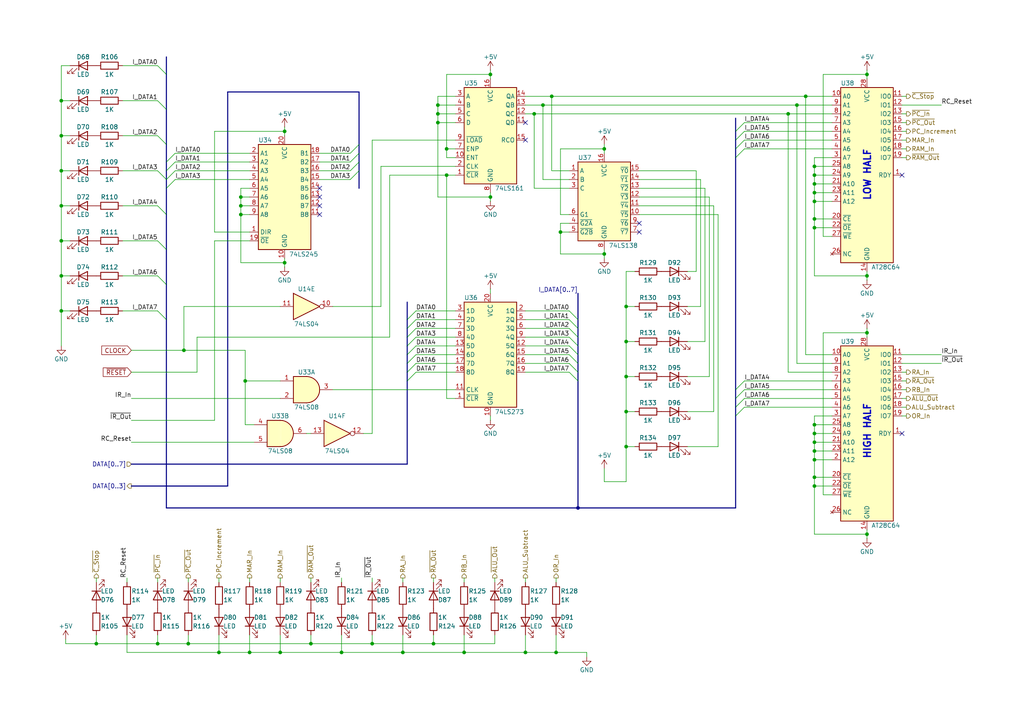
<source format=kicad_sch>
(kicad_sch (version 20231120) (generator "eeschema") (generator_version "8.0")
  (paper "A4")
  (title_block (title "8-Bit Computer - Instruction Register Module") (date "2024-03-10") (rev "1") (comment 1 "Creator: Matan Brightbert"))
  (junction (at 251.46 154.94))
  (junction (at 181.61 119.38))
  (junction (at 236.22 130.81))
  (junction (at 63.5 189.23))
  (junction (at 236.22 63.5))
  (junction (at 72.39 189.23))
  (junction (at 236.22 140.97))
  (junction (at 127 30.48))
  (junction (at 142.24 57.15))
  (junction (at 251.46 80.01))
  (junction (at 236.22 66.04))
  (junction (at 129.54 43.18))
  (junction (at 107.95 186.69))
  (junction (at 236.22 55.88))
  (junction (at 17.78 69.85))
  (junction (at 161.29 189.23))
  (junction (at 17.78 29.21))
  (junction (at 129.54 50.8))
  (junction (at 90.17 186.69))
  (junction (at 236.22 53.34))
  (junction (at 162.56 67.31))
  (junction (at 17.78 90.17))
  (junction (at 17.78 39.37))
  (junction (at 236.22 50.8))
  (junction (at 17.78 49.53))
  (junction (at 69.85 62.23))
  (junction (at 27.94 186.69))
  (junction (at 251.46 21.59))
  (junction (at 181.61 129.54))
  (junction (at 127 33.02))
  (junction (at 160.02 27.94))
  (junction (at 69.85 57.15))
  (junction (at 71.12 110.49))
  (junction (at 125.73 186.69))
  (junction (at 81.28 189.23))
  (junction (at 53.34 101.6))
  (junction (at 236.22 133.35))
  (junction (at 154.94 33.02))
  (junction (at 167.64 147.32))
  (junction (at 134.62 189.23))
  (junction (at 157.48 30.48))
  (junction (at 17.78 80.01))
  (junction (at 175.26 43.18))
  (junction (at 236.22 138.43))
  (junction (at 175.26 73.66))
  (junction (at 116.84 189.23))
  (junction (at 82.55 38.1))
  (junction (at 152.4 189.23))
  (junction (at 54.61 186.69))
  (junction (at 228.6 33.02))
  (junction (at 231.14 30.48))
  (junction (at 142.24 21.59))
  (junction (at 251.46 96.52))
  (junction (at 181.61 88.9))
  (junction (at 236.22 58.42))
  (junction (at 127 35.56))
  (junction (at 69.85 59.69))
  (junction (at 236.22 123.19))
  (junction (at 181.61 99.06))
  (junction (at 17.78 59.69))
  (junction (at 82.55 76.2))
  (junction (at 233.68 27.94))
  (junction (at 99.06 189.23))
  (junction (at 236.22 48.26))
  (junction (at 45.72 186.69))
  (junction (at 236.22 128.27))
  (junction (at 236.22 125.73))
  (junction (at 181.61 109.22))
  (no_connect (at 92.71 59.69))
  (no_connect (at 92.71 57.15))
  (no_connect (at 185.42 67.31))
  (no_connect (at 261.62 125.73))
  (no_connect (at 92.71 62.23))
  (no_connect (at 92.71 54.61))
  (no_connect (at 152.4 35.56))
  (no_connect (at 185.42 64.77))
  (no_connect (at 261.62 50.8))
  (no_connect (at 152.4 40.64))
  (bus_entry (at 120.65 90.17) (size -2.54 2.54))
  (bus_entry (at 165.1 105.41) (size 2.54 2.54))
  (bus_entry (at 50.8 46.99) (size -2.54 2.54))
  (bus_entry (at 165.1 97.79) (size 2.54 2.54))
  (bus_entry (at 165.1 95.25) (size 2.54 2.54))
  (bus_entry (at 215.9 118.11) (size -2.54 2.54))
  (bus_entry (at 45.72 90.17) (size 2.54 2.54))
  (bus_entry (at 120.65 97.79) (size -2.54 2.54))
  (bus_entry (at 215.9 35.56) (size -2.54 2.54))
  (bus_entry (at 215.9 38.1) (size -2.54 2.54))
  (bus_entry (at 104.14 41.91) (size -2.54 2.54))
  (bus_entry (at 120.65 107.95) (size -2.54 2.54))
  (bus_entry (at 215.9 115.57) (size -2.54 2.54))
  (bus_entry (at 120.65 102.87) (size -2.54 2.54))
  (bus_entry (at 165.1 90.17) (size 2.54 2.54))
  (bus_entry (at 45.72 19.05) (size 2.54 2.54))
  (bus_entry (at 165.1 92.71) (size 2.54 2.54))
  (bus_entry (at 215.9 43.18) (size -2.54 2.54))
  (bus_entry (at 104.14 49.53) (size -2.54 2.54))
  (bus_entry (at 45.72 80.01) (size 2.54 2.54))
  (bus_entry (at 50.8 49.53) (size -2.54 2.54))
  (bus_entry (at 215.9 40.64) (size -2.54 2.54))
  (bus_entry (at 104.14 46.99) (size -2.54 2.54))
  (bus_entry (at 215.9 110.49) (size -2.54 2.54))
  (bus_entry (at 45.72 29.21) (size 2.54 2.54))
  (bus_entry (at 120.65 105.41) (size -2.54 2.54))
  (bus_entry (at 45.72 59.69) (size 2.54 2.54))
  (bus_entry (at 120.65 95.25) (size -2.54 2.54))
  (bus_entry (at 50.8 44.45) (size -2.54 2.54))
  (bus_entry (at 165.1 102.87) (size 2.54 2.54))
  (bus_entry (at 120.65 100.33) (size -2.54 2.54))
  (bus_entry (at 45.72 49.53) (size 2.54 2.54))
  (bus_entry (at 120.65 92.71) (size -2.54 2.54))
  (bus_entry (at 165.1 107.95) (size 2.54 2.54))
  (bus_entry (at 50.8 52.07) (size -2.54 2.54))
  (bus_entry (at 165.1 100.33) (size 2.54 2.54))
  (bus_entry (at 215.9 113.03) (size -2.54 2.54))
  (bus_entry (at 45.72 69.85) (size 2.54 2.54))
  (bus_entry (at 45.72 39.37) (size 2.54 2.54))
  (bus_entry (at 104.14 44.45) (size -2.54 2.54))
  (wire (pts (xy 53.34 101.6) (xy 38.1 101.6)))
  (wire (pts (xy 72.39 67.31) (xy 62.23 67.31)))
  (bus (pts (xy 48.26 62.23) (xy 48.26 72.39)))
  (wire (pts (xy 152.4 27.94) (xy 160.02 27.94)))
  (bus (pts (xy 48.26 16.51) (xy 48.26 21.59)))
  (wire (pts (xy 215.9 110.49) (xy 241.3 110.49)))
  (wire (pts (xy 72.39 62.23) (xy 69.85 62.23)))
  (wire (pts (xy 175.26 135.89) (xy 175.26 139.7)))
  (wire (pts (xy 273.05 30.48) (xy 261.62 30.48)))
  (wire (pts (xy 71.12 110.49) (xy 81.28 110.49)))
  (wire (pts (xy 142.24 57.15) (xy 142.24 55.88)))
  (wire (pts (xy 35.56 69.85) (xy 45.72 69.85)))
  (wire (pts (xy 203.2 52.07) (xy 203.2 88.9)))
  (bus (pts (xy 48.26 41.91) (xy 48.26 46.99)))
  (wire (pts (xy 236.22 55.88) (xy 241.3 55.88)))
  (wire (pts (xy 17.78 49.53) (xy 20.32 49.53)))
  (wire (pts (xy 110.49 88.9) (xy 96.52 88.9)))
  (wire (pts (xy 236.22 58.42) (xy 241.3 58.42)))
  (wire (pts (xy 127 27.94) (xy 127 30.48)))
  (wire (pts (xy 215.9 38.1) (xy 241.3 38.1)))
  (wire (pts (xy 35.56 59.69) (xy 45.72 59.69)))
  (wire (pts (xy 17.78 69.85) (xy 17.78 80.01)))
  (wire (pts (xy 82.55 38.1) (xy 82.55 39.37)))
  (wire (pts (xy 152.4 95.25) (xy 165.1 95.25)))
  (wire (pts (xy 181.61 139.7) (xy 175.26 139.7)))
  (bus (pts (xy 213.36 34.29) (xy 213.36 38.1)))
  (wire (pts (xy 162.56 43.18) (xy 175.26 43.18)))
  (wire (pts (xy 204.47 54.61) (xy 204.47 99.06)))
  (wire (pts (xy 69.85 62.23) (xy 69.85 59.69)))
  (wire (pts (xy 157.48 30.48) (xy 231.14 30.48)))
  (wire (pts (xy 17.78 29.21) (xy 17.78 39.37)))
  (wire (pts (xy 236.22 128.27) (xy 236.22 125.73)))
  (wire (pts (xy 110.49 48.26) (xy 110.49 88.9)))
  (wire (pts (xy 27.94 186.69) (xy 45.72 186.69)))
  (wire (pts (xy 162.56 73.66) (xy 175.26 73.66)))
  (wire (pts (xy 228.6 107.95) (xy 241.3 107.95)))
  (bus (pts (xy 213.36 115.57) (xy 213.36 118.11)))
  (wire (pts (xy 127 35.56) (xy 127 57.15)))
  (wire (pts (xy 20.32 19.05) (xy 17.78 19.05)))
  (bus (pts (xy 213.36 118.11) (xy 213.36 120.65)))
  (wire (pts (xy 81.28 167.64) (xy 81.28 168.91)))
  (wire (pts (xy 38.1 115.57) (xy 81.28 115.57)))
  (wire (pts (xy 185.42 62.23) (xy 208.28 62.23)))
  (wire (pts (xy 205.74 57.15) (xy 205.74 109.22)))
  (wire (pts (xy 17.78 59.69) (xy 17.78 69.85)))
  (wire (pts (xy 152.4 102.87) (xy 165.1 102.87)))
  (wire (pts (xy 185.42 49.53) (xy 201.93 49.53)))
  (wire (pts (xy 54.61 167.64) (xy 54.61 168.91)))
  (wire (pts (xy 262.89 33.02) (xy 261.62 33.02)))
  (wire (pts (xy 236.22 58.42) (xy 236.22 63.5)))
  (wire (pts (xy 273.05 105.41) (xy 261.62 105.41)))
  (wire (pts (xy 236.22 133.35) (xy 236.22 138.43)))
  (wire (pts (xy 132.08 50.8) (xy 129.54 50.8)))
  (wire (pts (xy 199.39 129.54) (xy 208.28 129.54)))
  (wire (pts (xy 154.94 33.02) (xy 228.6 33.02)))
  (wire (pts (xy 62.23 69.85) (xy 62.23 121.92)))
  (wire (pts (xy 262.89 27.94) (xy 261.62 27.94)))
  (wire (pts (xy 92.71 49.53) (xy 101.6 49.53)))
  (wire (pts (xy 236.22 133.35) (xy 241.3 133.35)))
  (wire (pts (xy 175.26 74.93) (xy 175.26 73.66)))
  (wire (pts (xy 142.24 20.32) (xy 142.24 21.59)))
  (wire (pts (xy 69.85 54.61) (xy 69.85 57.15)))
  (wire (pts (xy 262.89 120.65) (xy 261.62 120.65)))
  (wire (pts (xy 199.39 119.38) (xy 207.01 119.38)))
  (wire (pts (xy 45.72 167.64) (xy 45.72 168.91)))
  (wire (pts (xy 152.4 107.95) (xy 165.1 107.95)))
  (wire (pts (xy 262.89 35.56) (xy 261.62 35.56)))
  (bus (pts (xy 118.11 134.62) (xy 118.11 110.49)))
  (wire (pts (xy 92.71 46.99) (xy 101.6 46.99)))
  (wire (pts (xy 62.23 121.92) (xy 38.1 121.92)))
  (wire (pts (xy 160.02 49.53) (xy 160.02 27.94)))
  (wire (pts (xy 125.73 167.64) (xy 125.73 168.91)))
  (wire (pts (xy 152.4 189.23) (xy 161.29 189.23)))
  (wire (pts (xy 107.95 186.69) (xy 90.17 186.69)))
  (wire (pts (xy 72.39 54.61) (xy 69.85 54.61)))
  (wire (pts (xy 120.65 95.25) (xy 132.08 95.25)))
  (wire (pts (xy 236.22 50.8) (xy 241.3 50.8)))
  (wire (pts (xy 38.1 107.95) (xy 57.15 107.95)))
  (wire (pts (xy 116.84 189.23) (xy 134.62 189.23)))
  (wire (pts (xy 236.22 50.8) (xy 236.22 48.26)))
  (wire (pts (xy 36.83 167.64) (xy 36.83 168.91)))
  (wire (pts (xy 90.17 167.64) (xy 90.17 168.91)))
  (wire (pts (xy 241.3 102.87) (xy 233.68 102.87)))
  (wire (pts (xy 142.24 83.82) (xy 142.24 85.09)))
  (wire (pts (xy 63.5 189.23) (xy 72.39 189.23)))
  (wire (pts (xy 129.54 115.57) (xy 132.08 115.57)))
  (wire (pts (xy 72.39 46.99) (xy 50.8 46.99)))
  (wire (pts (xy 165.1 49.53) (xy 160.02 49.53)))
  (wire (pts (xy 120.65 105.41) (xy 132.08 105.41)))
  (bus (pts (xy 48.26 147.32) (xy 167.64 147.32)))
  (wire (pts (xy 152.4 33.02) (xy 154.94 33.02)))
  (wire (pts (xy 152.4 92.71) (xy 165.1 92.71)))
  (wire (pts (xy 170.18 189.23) (xy 161.29 189.23)))
  (wire (pts (xy 90.17 184.15) (xy 90.17 186.69)))
  (wire (pts (xy 175.26 43.18) (xy 175.26 44.45)))
  (bus (pts (xy 167.64 95.25) (xy 167.64 97.79)))
  (wire (pts (xy 251.46 96.52) (xy 251.46 97.79)))
  (wire (pts (xy 17.78 39.37) (xy 20.32 39.37)))
  (wire (pts (xy 170.18 189.23) (xy 170.18 190.5)))
  (wire (pts (xy 17.78 80.01) (xy 20.32 80.01)))
  (wire (pts (xy 262.89 45.72) (xy 261.62 45.72)))
  (wire (pts (xy 236.22 55.88) (xy 236.22 53.34)))
  (bus (pts (xy 213.36 120.65) (xy 213.36 147.32)))
  (wire (pts (xy 129.54 45.72) (xy 129.54 43.18)))
  (wire (pts (xy 72.39 49.53) (xy 50.8 49.53)))
  (wire (pts (xy 107.95 40.64) (xy 107.95 125.73)))
  (bus (pts (xy 167.64 107.95) (xy 167.64 110.49)))
  (wire (pts (xy 35.56 39.37) (xy 45.72 39.37)))
  (wire (pts (xy 81.28 189.23) (xy 99.06 189.23)))
  (wire (pts (xy 236.22 48.26) (xy 236.22 45.72)))
  (bus (pts (xy 213.36 45.72) (xy 213.36 113.03)))
  (wire (pts (xy 181.61 99.06) (xy 181.61 109.22)))
  (wire (pts (xy 162.56 64.77) (xy 165.1 64.77)))
  (wire (pts (xy 233.68 27.94) (xy 233.68 102.87)))
  (wire (pts (xy 120.65 97.79) (xy 132.08 97.79)))
  (wire (pts (xy 251.46 20.32) (xy 251.46 21.59)))
  (wire (pts (xy 152.4 30.48) (xy 157.48 30.48)))
  (wire (pts (xy 262.89 40.64) (xy 261.62 40.64)))
  (wire (pts (xy 92.71 44.45) (xy 101.6 44.45)))
  (wire (pts (xy 127 35.56) (xy 127 33.02)))
  (wire (pts (xy 107.95 167.64) (xy 107.95 168.91)))
  (bus (pts (xy 213.36 38.1) (xy 213.36 40.64)))
  (wire (pts (xy 236.22 53.34) (xy 241.3 53.34)))
  (wire (pts (xy 17.78 39.37) (xy 17.78 49.53)))
  (bus (pts (xy 167.64 85.09) (xy 167.64 92.71)))
  (wire (pts (xy 273.05 102.87) (xy 261.62 102.87)))
  (wire (pts (xy 53.34 88.9) (xy 53.34 101.6)))
  (wire (pts (xy 262.89 43.18) (xy 261.62 43.18)))
  (wire (pts (xy 17.78 49.53) (xy 17.78 59.69)))
  (bus (pts (xy 38.1 134.62) (xy 118.11 134.62)))
  (wire (pts (xy 208.28 62.23) (xy 208.28 129.54)))
  (bus (pts (xy 118.11 95.25) (xy 118.11 97.79)))
  (wire (pts (xy 132.08 27.94) (xy 127 27.94)))
  (bus (pts (xy 48.26 54.61) (xy 48.26 62.23)))
  (wire (pts (xy 181.61 109.22) (xy 181.61 119.38)))
  (bus (pts (xy 48.26 82.55) (xy 48.26 92.71)))
  (bus (pts (xy 118.11 102.87) (xy 118.11 105.41)))
  (wire (pts (xy 236.22 130.81) (xy 236.22 128.27)))
  (bus (pts (xy 167.64 102.87) (xy 167.64 105.41)))
  (wire (pts (xy 134.62 167.64) (xy 134.62 168.91)))
  (wire (pts (xy 92.71 52.07) (xy 101.6 52.07)))
  (wire (pts (xy 81.28 184.15) (xy 81.28 189.23)))
  (bus (pts (xy 167.64 92.71) (xy 167.64 95.25)))
  (wire (pts (xy 236.22 63.5) (xy 236.22 66.04)))
  (bus (pts (xy 167.64 100.33) (xy 167.64 102.87)))
  (wire (pts (xy 199.39 88.9) (xy 203.2 88.9)))
  (wire (pts (xy 181.61 129.54) (xy 181.61 139.7)))
  (wire (pts (xy 238.76 143.51) (xy 238.76 96.52)))
  (bus (pts (xy 213.36 113.03) (xy 213.36 115.57)))
  (wire (pts (xy 69.85 62.23) (xy 69.85 76.2)))
  (wire (pts (xy 71.12 110.49) (xy 71.12 123.19)))
  (wire (pts (xy 127 33.02) (xy 132.08 33.02)))
  (wire (pts (xy 251.46 81.28) (xy 251.46 80.01)))
  (wire (pts (xy 107.95 40.64) (xy 132.08 40.64)))
  (wire (pts (xy 125.73 186.69) (xy 107.95 186.69)))
  (wire (pts (xy 236.22 123.19) (xy 236.22 120.65)))
  (wire (pts (xy 152.4 105.41) (xy 165.1 105.41)))
  (wire (pts (xy 251.46 80.01) (xy 251.46 78.74)))
  (wire (pts (xy 82.55 36.83) (xy 82.55 38.1)))
  (wire (pts (xy 251.46 153.67) (xy 251.46 154.94)))
  (wire (pts (xy 241.3 140.97) (xy 236.22 140.97)))
  (wire (pts (xy 236.22 128.27) (xy 241.3 128.27)))
  (wire (pts (xy 201.93 49.53) (xy 201.93 78.74)))
  (bus (pts (xy 118.11 92.71) (xy 118.11 95.25)))
  (wire (pts (xy 36.83 184.15) (xy 36.83 189.23)))
  (wire (pts (xy 82.55 77.47) (xy 82.55 76.2)))
  (wire (pts (xy 236.22 125.73) (xy 236.22 123.19)))
  (wire (pts (xy 62.23 38.1) (xy 82.55 38.1)))
  (wire (pts (xy 215.9 35.56) (xy 241.3 35.56)))
  (wire (pts (xy 185.42 59.69) (xy 207.01 59.69)))
  (wire (pts (xy 35.56 90.17) (xy 45.72 90.17)))
  (wire (pts (xy 143.51 186.69) (xy 125.73 186.69)))
  (wire (pts (xy 17.78 90.17) (xy 20.32 90.17)))
  (wire (pts (xy 35.56 80.01) (xy 45.72 80.01)))
  (wire (pts (xy 143.51 184.15) (xy 143.51 186.69)))
  (bus (pts (xy 104.14 46.99) (xy 104.14 49.53)))
  (bus (pts (xy 167.64 110.49) (xy 167.64 147.32)))
  (wire (pts (xy 215.9 113.03) (xy 241.3 113.03)))
  (wire (pts (xy 215.9 40.64) (xy 241.3 40.64)))
  (wire (pts (xy 228.6 33.02) (xy 241.3 33.02)))
  (wire (pts (xy 127 57.15) (xy 142.24 57.15)))
  (bus (pts (xy 118.11 107.95) (xy 118.11 110.49)))
  (wire (pts (xy 181.61 88.9) (xy 181.61 99.06)))
  (bus (pts (xy 118.11 105.41) (xy 118.11 107.95)))
  (wire (pts (xy 107.95 184.15) (xy 107.95 186.69)))
  (wire (pts (xy 236.22 55.88) (xy 236.22 58.42)))
  (wire (pts (xy 69.85 59.69) (xy 69.85 57.15)))
  (wire (pts (xy 207.01 59.69) (xy 207.01 119.38)))
  (wire (pts (xy 152.4 184.15) (xy 152.4 189.23)))
  (wire (pts (xy 38.1 128.27) (xy 73.66 128.27)))
  (wire (pts (xy 238.76 21.59) (xy 251.46 21.59)))
  (wire (pts (xy 181.61 109.22) (xy 184.15 109.22)))
  (wire (pts (xy 236.22 138.43) (xy 236.22 140.97)))
  (wire (pts (xy 236.22 120.65) (xy 241.3 120.65)))
  (wire (pts (xy 236.22 123.19) (xy 241.3 123.19)))
  (wire (pts (xy 233.68 27.94) (xy 241.3 27.94)))
  (wire (pts (xy 116.84 184.15) (xy 116.84 189.23)))
  (wire (pts (xy 53.34 101.6) (xy 71.12 101.6)))
  (wire (pts (xy 69.85 57.15) (xy 72.39 57.15)))
  (wire (pts (xy 161.29 184.15) (xy 161.29 189.23)))
  (wire (pts (xy 228.6 33.02) (xy 228.6 107.95)))
  (wire (pts (xy 152.4 167.64) (xy 152.4 168.91)))
  (wire (pts (xy 236.22 80.01) (xy 251.46 80.01)))
  (wire (pts (xy 231.14 30.48) (xy 231.14 105.41)))
  (wire (pts (xy 185.42 54.61) (xy 204.47 54.61)))
  (wire (pts (xy 251.46 154.94) (xy 251.46 156.21)))
  (wire (pts (xy 161.29 167.64) (xy 161.29 168.91)))
  (wire (pts (xy 262.89 115.57) (xy 261.62 115.57)))
  (wire (pts (xy 125.73 184.15) (xy 125.73 186.69)))
  (wire (pts (xy 53.34 88.9) (xy 81.28 88.9)))
  (wire (pts (xy 236.22 125.73) (xy 241.3 125.73)))
  (wire (pts (xy 99.06 167.64) (xy 99.06 168.91)))
  (bus (pts (xy 104.14 41.91) (xy 104.14 44.45)))
  (wire (pts (xy 184.15 99.06) (xy 181.61 99.06)))
  (bus (pts (xy 66.04 140.97) (xy 66.04 26.67)))
  (wire (pts (xy 90.17 186.69) (xy 54.61 186.69)))
  (bus (pts (xy 104.14 44.45) (xy 104.14 46.99)))
  (bus (pts (xy 167.64 105.41) (xy 167.64 107.95)))
  (wire (pts (xy 199.39 99.06) (xy 204.47 99.06)))
  (wire (pts (xy 185.42 57.15) (xy 205.74 57.15)))
  (wire (pts (xy 241.3 138.43) (xy 236.22 138.43)))
  (wire (pts (xy 134.62 184.15) (xy 134.62 189.23)))
  (wire (pts (xy 162.56 67.31) (xy 162.56 73.66)))
  (wire (pts (xy 120.65 102.87) (xy 132.08 102.87)))
  (wire (pts (xy 251.46 95.25) (xy 251.46 96.52)))
  (wire (pts (xy 96.52 113.03) (xy 132.08 113.03)))
  (wire (pts (xy 262.89 107.95) (xy 261.62 107.95)))
  (wire (pts (xy 20.32 59.69) (xy 17.78 59.69)))
  (wire (pts (xy 143.51 167.64) (xy 143.51 168.91)))
  (wire (pts (xy 152.4 97.79) (xy 165.1 97.79)))
  (wire (pts (xy 35.56 29.21) (xy 45.72 29.21)))
  (wire (pts (xy 142.24 121.92) (xy 142.24 120.65)))
  (wire (pts (xy 69.85 76.2) (xy 82.55 76.2)))
  (wire (pts (xy 116.84 167.64) (xy 116.84 168.91)))
  (wire (pts (xy 90.17 125.73) (xy 88.9 125.73)))
  (wire (pts (xy 129.54 50.8) (xy 129.54 115.57)))
  (wire (pts (xy 72.39 189.23) (xy 81.28 189.23)))
  (wire (pts (xy 73.66 123.19) (xy 71.12 123.19)))
  (bus (pts (xy 167.64 97.79) (xy 167.64 100.33)))
  (wire (pts (xy 231.14 105.41) (xy 241.3 105.41)))
  (wire (pts (xy 199.39 109.22) (xy 205.74 109.22)))
  (wire (pts (xy 62.23 67.31) (xy 62.23 38.1)))
  (wire (pts (xy 72.39 44.45) (xy 50.8 44.45)))
  (wire (pts (xy 27.94 184.15) (xy 27.94 186.69)))
  (wire (pts (xy 231.14 30.48) (xy 241.3 30.48)))
  (wire (pts (xy 215.9 43.18) (xy 241.3 43.18)))
  (wire (pts (xy 162.56 64.77) (xy 162.56 67.31)))
  (wire (pts (xy 62.23 69.85) (xy 72.39 69.85)))
  (bus (pts (xy 48.26 21.59) (xy 48.26 31.75)))
  (wire (pts (xy 120.65 100.33) (xy 132.08 100.33)))
  (bus (pts (xy 118.11 100.33) (xy 118.11 102.87)))
  (wire (pts (xy 132.08 48.26) (xy 110.49 48.26)))
  (wire (pts (xy 236.22 130.81) (xy 241.3 130.81)))
  (wire (pts (xy 129.54 45.72) (xy 132.08 45.72)))
  (bus (pts (xy 38.1 140.97) (xy 66.04 140.97)))
  (wire (pts (xy 17.78 69.85) (xy 20.32 69.85)))
  (wire (pts (xy 236.22 154.94) (xy 251.46 154.94)))
  (wire (pts (xy 129.54 21.59) (xy 129.54 43.18)))
  (wire (pts (xy 54.61 184.15) (xy 54.61 186.69)))
  (wire (pts (xy 99.06 189.23) (xy 116.84 189.23)))
  (wire (pts (xy 120.65 107.95) (xy 132.08 107.95)))
  (wire (pts (xy 142.24 58.42) (xy 142.24 57.15)))
  (wire (pts (xy 236.22 45.72) (xy 241.3 45.72)))
  (wire (pts (xy 241.3 66.04) (xy 236.22 66.04)))
  (wire (pts (xy 160.02 27.94) (xy 233.68 27.94)))
  (wire (pts (xy 120.65 90.17) (xy 132.08 90.17)))
  (wire (pts (xy 238.76 96.52) (xy 251.46 96.52)))
  (wire (pts (xy 57.15 107.95) (xy 57.15 97.79)))
  (wire (pts (xy 63.5 167.64) (xy 63.5 168.91)))
  (bus (pts (xy 213.36 43.18) (xy 213.36 45.72)))
  (wire (pts (xy 152.4 90.17) (xy 165.1 90.17)))
  (wire (pts (xy 129.54 21.59) (xy 142.24 21.59)))
  (wire (pts (xy 132.08 30.48) (xy 127 30.48)))
  (wire (pts (xy 241.3 63.5) (xy 236.22 63.5)))
  (wire (pts (xy 165.1 52.07) (xy 157.48 52.07)))
  (wire (pts (xy 152.4 100.33) (xy 165.1 100.33)))
  (wire (pts (xy 236.22 48.26) (xy 241.3 48.26)))
  (bus (pts (xy 118.11 97.79) (xy 118.11 100.33)))
  (wire (pts (xy 181.61 78.74) (xy 181.61 88.9)))
  (wire (pts (xy 27.94 167.64) (xy 27.94 168.91)))
  (wire (pts (xy 175.26 73.66) (xy 175.26 72.39)))
  (wire (pts (xy 251.46 21.59) (xy 251.46 22.86)))
  (wire (pts (xy 162.56 43.18) (xy 162.56 62.23)))
  (wire (pts (xy 157.48 52.07) (xy 157.48 30.48)))
  (wire (pts (xy 262.89 118.11) (xy 261.62 118.11)))
  (wire (pts (xy 113.03 50.8) (xy 129.54 50.8)))
  (bus (pts (xy 104.14 26.67) (xy 104.14 41.91)))
  (wire (pts (xy 154.94 33.02) (xy 154.94 54.61)))
  (wire (pts (xy 72.39 167.64) (xy 72.39 168.91)))
  (wire (pts (xy 134.62 189.23) (xy 152.4 189.23)))
  (wire (pts (xy 181.61 119.38) (xy 181.61 129.54)))
  (wire (pts (xy 82.55 76.2) (xy 82.55 74.93)))
  (wire (pts (xy 236.22 66.04) (xy 236.22 80.01)))
  (wire (pts (xy 129.54 43.18) (xy 132.08 43.18)))
  (wire (pts (xy 262.89 110.49) (xy 261.62 110.49)))
  (wire (pts (xy 154.94 54.61) (xy 165.1 54.61)))
  (wire (pts (xy 72.39 59.69) (xy 69.85 59.69)))
  (wire (pts (xy 113.03 97.79) (xy 113.03 50.8)))
  (wire (pts (xy 19.05 185.42) (xy 19.05 186.69)))
  (wire (pts (xy 19.05 186.69) (xy 27.94 186.69)))
  (wire (pts (xy 105.41 125.73) (xy 107.95 125.73)))
  (wire (pts (xy 236.22 53.34) (xy 236.22 50.8)))
  (wire (pts (xy 120.65 92.71) (xy 132.08 92.71)))
  (wire (pts (xy 241.3 143.51) (xy 238.76 143.51)))
  (wire (pts (xy 181.61 119.38) (xy 184.15 119.38)))
  (bus (pts (xy 48.26 52.07) (xy 48.26 54.61)))
  (wire (pts (xy 262.89 113.03) (xy 261.62 113.03)))
  (wire (pts (xy 199.39 78.74) (xy 201.93 78.74)))
  (wire (pts (xy 236.22 140.97) (xy 236.22 154.94)))
  (wire (pts (xy 36.83 189.23) (xy 63.5 189.23)))
  (wire (pts (xy 17.78 19.05) (xy 17.78 29.21)))
  (wire (pts (xy 162.56 67.31) (xy 165.1 67.31)))
  (wire (pts (xy 185.42 52.07) (xy 203.2 52.07)))
  (wire (pts (xy 63.5 184.15) (xy 63.5 189.23)))
  (wire (pts (xy 17.78 80.01) (xy 17.78 90.17)))
  (wire (pts (xy 175.26 41.91) (xy 175.26 43.18)))
  (wire (pts (xy 72.39 52.07) (xy 50.8 52.07)))
  (wire (pts (xy 99.06 184.15) (xy 99.06 189.23)))
  (wire (pts (xy 181.61 129.54) (xy 184.15 129.54)))
  (bus (pts (xy 48.26 49.53) (xy 48.26 52.07)))
  (wire (pts (xy 17.78 29.21) (xy 20.32 29.21)))
  (bus (pts (xy 66.04 26.67) (xy 104.14 26.67)))
  (bus (pts (xy 118.11 87.63) (xy 118.11 92.71)))
  (bus (pts (xy 104.14 49.53) (xy 104.14 54.61)))
  (wire (pts (xy 72.39 184.15) (xy 72.39 189.23)))
  (wire (pts (xy 54.61 186.69) (xy 45.72 186.69)))
  (wire (pts (xy 215.9 115.57) (xy 241.3 115.57)))
  (bus (pts (xy 48.26 72.39) (xy 48.26 82.55)))
  (bus (pts (xy 167.64 147.32) (xy 213.36 147.32)))
  (wire (pts (xy 181.61 78.74) (xy 184.15 78.74)))
  (wire (pts (xy 35.56 49.53) (xy 45.72 49.53)))
  (wire (pts (xy 262.89 38.1) (xy 261.62 38.1)))
  (wire (pts (xy 132.08 35.56) (xy 127 35.56)))
  (bus (pts (xy 48.26 46.99) (xy 48.26 49.53)))
  (wire (pts (xy 162.56 62.23) (xy 165.1 62.23)))
  (wire (pts (xy 127 30.48) (xy 127 33.02)))
  (wire (pts (xy 238.76 68.58) (xy 238.76 21.59)))
  (bus (pts (xy 213.36 40.64) (xy 213.36 43.18)))
  (bus (pts (xy 48.26 31.75) (xy 48.26 41.91)))
  (wire (pts (xy 142.24 21.59) (xy 142.24 22.86)))
  (wire (pts (xy 215.9 118.11) (xy 241.3 118.11)))
  (wire (pts (xy 35.56 19.05) (xy 45.72 19.05)))
  (wire (pts (xy 181.61 88.9) (xy 184.15 88.9)))
  (bus (pts (xy 48.26 92.71) (xy 48.26 147.32)))
  (wire (pts (xy 236.22 130.81) (xy 236.22 133.35)))
  (wire (pts (xy 57.15 97.79) (xy 113.03 97.79)))
  (wire (pts (xy 45.72 184.15) (xy 45.72 186.69)))
  (wire (pts (xy 71.12 101.6) (xy 71.12 110.49)))
  (wire (pts (xy 17.78 90.17) (xy 17.78 100.33)))
  (wire (pts (xy 241.3 68.58) (xy 238.76 68.58)))
  (text "HIGH HALF" (at 252.73 133.35 90) (effects (font (size 2 2) (thickness 0.4) (bold yes)) (justify left bottom)))
  (text "LOW HALF" (at 252.73 58.42 90) (effects (font (size 2 2) (thickness 0.4) (bold yes)) (justify left bottom)))
  (label "I_DATA3" (at 50.8 52.07 0))
  (label "DATA3" (at 120.65 97.79 0))
  (label "IR_In" (at 273.05 102.87 0))
  (label "DATA0" (at 120.65 90.17 0))
  (label "I_DATA4" (at 165.1 100.33 180))
  (label "I_DATA1" (at 50.8 46.99 0))
  (label "I_DATA4" (at 215.9 110.49 0))
  (label "I_DATA6" (at 165.1 105.41 180))
  (label "I_DATA7" (at 165.1 107.95 180))
  (label "I_DATA0" (at 45.72 19.05 180))
  (label "~{IR_Out}" (at 38.1 121.92 180))
  (label "I_DATA3" (at 165.1 97.79 180))
  (label "DATA7" (at 120.65 107.95 0))
  (label "RC_Reset" (at 38.1 128.27 180))
  (label "I_DATA6" (at 215.9 40.64 0))
  (label "I_DATA6" (at 45.72 80.01 180))
  (label "I_DATA0" (at 50.8 44.45 0))
  (label "I_DATA5" (at 215.9 113.03 0))
  (label "DATA2" (at 101.6 49.53 180))
  (label "I_DATA7" (at 45.72 90.17 180))
  (label "I_DATA6" (at 215.9 115.57 0))
  (label "I_DATA1" (at 45.72 29.21 180))
  (label "RC_Reset" (at 273.05 30.48 0))
  (label "IR_In" (at 38.1 115.57 180))
  (label "I_DATA5" (at 165.1 102.87 180))
  (label "I_DATA3" (at 45.72 49.53 180))
  (label "I_DATA1" (at 165.1 92.71 180))
  (label "IR_In" (at 99.06 167.64 90))
  (label "I_DATA5" (at 45.72 69.85 180))
  (label "I_DATA4" (at 45.72 59.69 180))
  (label "~{IR_Out}" (at 107.95 167.64 90))
  (label "I_DATA2" (at 50.8 49.53 0))
  (label "~{IR_Out}" (at 273.05 105.41 0))
  (label "DATA0" (at 101.6 44.45 180))
  (label "I_DATA0" (at 165.1 90.17 180))
  (label "I_DATA7" (at 215.9 43.18 0))
  (label "RC_Reset" (at 36.83 167.64 90))
  (label "DATA4" (at 120.65 100.33 0))
  (label "I_DATA4" (at 215.9 35.56 0))
  (label "DATA2" (at 120.65 95.25 0))
  (label "I_DATA7" (at 215.9 118.11 0))
  (label "I_DATA[0..7]" (at 167.64 85.09 180))
  (label "DATA5" (at 120.65 102.87 0))
  (label "I_DATA5" (at 215.9 38.1 0))
  (label "DATA1" (at 101.6 46.99 180))
  (label "I_DATA2" (at 165.1 95.25 180))
  (label "I_DATA2" (at 45.72 39.37 180))
  (label "DATA1" (at 120.65 92.71 0))
  (label "DATA6" (at 120.65 105.41 0))
  (label "DATA3" (at 101.6 52.07 180))
  (global_label "CLOCK" (shape input) (at 38.1 101.6 180) (property "Intersheetrefs" "${INTERSHEET_REFS}" (effects (hide yes))))
  (global_label "~{RESET}" (shape input) (at 38.1 107.95 180) (property "Intersheetrefs" "${INTERSHEET_REFS}" (effects (hide yes))))
  (hierarchical_label "~{RA_Out}" (shape output) (at 262.89 110.49 0))
  (hierarchical_label "OR_In" (shape output) (at 262.89 120.65 0))
  (hierarchical_label "~{PC_Out}" (shape output) (at 262.89 35.56 0))
  (hierarchical_label "RAM_In" (shape output) (at 262.89 43.18 0))
  (hierarchical_label "RA_In" (shape output) (at 262.89 107.95 0))
  (hierarchical_label "~{C_Stop}" (shape output) (at 27.94 167.64 90))
  (hierarchical_label "~{ALU_Out}" (shape output) (at 143.51 167.64 90))
  (hierarchical_label "~{C_Stop}" (shape output) (at 262.89 27.94 0))
  (hierarchical_label "~{RAM_Out}" (shape output) (at 262.89 45.72 0))
  (hierarchical_label "PC_Increment" (shape output) (at 262.89 38.1 0))
  (hierarchical_label "DATA[0..3]" (shape output) (at 38.1 140.97 180))
  (hierarchical_label "MAR_In" (shape output) (at 262.89 40.64 0))
  (hierarchical_label "RB_In" (shape output) (at 134.62 167.64 90))
  (hierarchical_label "~{PC_Out}" (shape output) (at 54.61 167.64 90))
  (hierarchical_label "RA_In" (shape output) (at 116.84 167.64 90))
  (hierarchical_label "RAM_In" (shape output) (at 81.28 167.64 90))
  (hierarchical_label "~{RAM_Out}" (shape output) (at 90.17 167.64 90))
  (hierarchical_label "DATA[0..7]" (shape input) (at 38.1 134.62 180))
  (hierarchical_label "OR_In" (shape output) (at 161.29 167.64 90))
  (hierarchical_label "PC_Increment" (shape output) (at 63.5 167.64 90))
  (hierarchical_label "~{RA_Out}" (shape output) (at 125.73 167.64 90))
  (hierarchical_label "ALU_Subtract" (shape output) (at 152.4 167.64 90))
  (hierarchical_label "RB_In" (shape output) (at 262.89 113.03 0))
  (hierarchical_label "ALU_Subtract" (shape output) (at 262.89 118.11 0))
  (hierarchical_label "~{ALU_Out}" (shape output) (at 262.89 115.57 0))
  (hierarchical_label "~{PC_In}" (shape output) (at 45.72 167.64 90))
  (hierarchical_label "~{PC_In}" (shape output) (at 262.89 33.02 0))
  (hierarchical_label "MAR_In" (shape output) (at 72.39 167.64 90))
  (symbol (lib_id "Device:LED") (at 116.84 180.34 90) (unit 1)
    (property "Reference" "D86" (at 118.11 179.07 90) (effects (justify right)))
    (property "Value" "LED" (at 118.11 181.61 90) (effects (justify right)))
    (property "Footprint" "LED_THT:LED_D3.0mm" (effects (hide yes)))
    (property "Description" "Light emitting diode" (effects (hide yes)))
  )
  (symbol (lib_id "Custom:74LS245") (at 82.55 57.15 0) (unit 1)
    (property "Reference" "U34" (at 74.93 40.64 0) (effects (justify left)))
    (property "Value" "74LS245" (at 83.82 73.025 0) (effects (justify left top)))
    (property "Footprint" "Package_DIP:DIP-20_W7.62mm" (effects (hide yes)))
  )
  (symbol (lib_id "Device:LED") (at 24.13 59.69 0) (unit 1)
    (property "Reference" "D72" (at 24.13 57.15 0))
    (property "Value" "LED" (at 24.13 62.23 0))
    (property "Footprint" "LED_THT:LED_D3.0mm" (effects (hide yes)))
    (property "Description" "Light emitting diode" (effects (hide yes)))
  )
  (symbol (lib_id "Device:LED") (at 24.13 39.37 0) (unit 1)
    (property "Reference" "D70" (at 24.13 36.83 0))
    (property "Value" "LED" (at 24.13 41.91 0))
    (property "Footprint" "LED_THT:LED_D3.0mm" (effects (hide yes)))
    (property "Description" "Light emitting diode" (effects (hide yes)))
  )
  (symbol (lib_id "Device:LED") (at 134.62 180.34 90) (unit 1)
    (property "Reference" "D88" (at 135.89 179.07 90) (effects (justify right)))
    (property "Value" "LED" (at 135.89 181.61 90) (effects (justify right)))
    (property "Footprint" "LED_THT:LED_D3.0mm" (effects (hide yes)))
    (property "Description" "Light emitting diode" (effects (hide yes)))
  )
  (symbol (lib_id "Device:LED") (at 24.13 19.05 0) (unit 1)
    (property "Reference" "D68" (at 24.13 16.51 0))
    (property "Value" "LED" (at 24.13 21.59 0))
    (property "Footprint" "LED_THT:LED_D3.0mm" (effects (hide yes)))
    (property "Description" "Light emitting diode" (effects (hide yes)))
  )
  (symbol (lib_id "Device:R") (at 99.06 172.72 0) (unit 1)
    (property "Reference" "R121" (at 100.33 171.45 0) (effects (justify left)))
    (property "Value" "1K" (at 100.33 173.99 0) (effects (justify left)))
    (property "Footprint" "Resistor_THT:R_Axial_DIN0207_L6.3mm_D2.5mm_P7.62mm_Horizontal" (effects (hide yes)))
    (property "Description" "Resistor" (effects (hide yes)))
  )
  (symbol (lib_id "Device:R") (at 27.94 180.34 0) (mirror x) (unit 1)
    (property "Reference" "R105" (at 29.21 181.61 0) (effects (justify left)))
    (property "Value" "1K" (at 29.21 179.07 0) (effects (justify left)))
    (property "Footprint" "Resistor_THT:R_Axial_DIN0207_L6.3mm_D2.5mm_P7.62mm_Horizontal" (effects (hide yes)))
    (property "Description" "Resistor" (effects (hide yes)))
  )
  (symbol (lib_id "Device:R") (at 187.96 119.38 90) (unit 1)
    (property "Reference" "R133" (at 187.96 116.84 90))
    (property "Value" "1K" (at 187.96 121.92 90))
    (property "Footprint" "Resistor_THT:R_Axial_DIN0207_L6.3mm_D2.5mm_P7.62mm_Horizontal" (effects (hide yes)))
    (property "Description" "Resistor" (effects (hide yes)))
  )
  (symbol (lib_id "Device:R") (at 31.75 19.05 270) (mirror x) (unit 1)
    (property "Reference" "R106" (at 31.75 16.51 90))
    (property "Value" "1K" (at 31.75 21.59 90))
    (property "Footprint" "Resistor_THT:R_Axial_DIN0207_L6.3mm_D2.5mm_P7.62mm_Horizontal" (effects (hide yes)))
    (property "Description" "Resistor" (effects (hide yes)))
  )
  (symbol (lib_id "Device:LED") (at 36.83 180.34 90) (unit 1)
    (property "Reference" "D77" (at 38.1 179.07 90) (effects (justify right)))
    (property "Value" "LED" (at 38.1 181.61 90) (effects (justify right)))
    (property "Footprint" "LED_THT:LED_D3.0mm" (effects (hide yes)))
    (property "Description" "Light emitting diode" (effects (hide yes)))
  )
  (symbol (lib_id "Device:LED") (at 195.58 109.22 0) (mirror y) (unit 1)
    (property "Reference" "D95" (at 195.58 106.68 0))
    (property "Value" "LED" (at 195.58 111.76 0))
    (property "Footprint" "LED_THT:LED_D3.0mm" (effects (hide yes)))
    (property "Description" "Light emitting diode" (effects (hide yes)))
  )
  (symbol (lib_id "power:GND") (at 142.24 121.92 0) (unit 1)
    (property "Reference" "#PWR081" (effects (hide yes)))
    (property "Value" "GND" (at 142.24 125.73 0))
    (property "Description" "Power symbol creates a global label with name \"GND\" , ground" (effects (hide yes)))
  )
  (symbol (lib_id "power:+5V") (at 19.05 185.42 0) (unit 1)
    (property "Reference" "#PWR075" (effects (hide yes)))
    (property "Value" "+5V" (at 19.05 181.61 0))
    (property "Description" "Power symbol creates a global label with name \"+5V\"" (effects (hide yes)))
  )
  (symbol (lib_id "Device:R") (at 45.72 180.34 0) (mirror x) (unit 1)
    (property "Reference" "R115" (at 46.99 181.61 0) (effects (justify left)))
    (property "Value" "1K" (at 46.99 179.07 0) (effects (justify left)))
    (property "Footprint" "Resistor_THT:R_Axial_DIN0207_L6.3mm_D2.5mm_P7.62mm_Horizontal" (effects (hide yes)))
    (property "Description" "Resistor" (effects (hide yes)))
  )
  (symbol (lib_id "Device:LED") (at 24.13 69.85 0) (unit 1)
    (property "Reference" "D73" (at 24.13 67.31 0))
    (property "Value" "LED" (at 24.13 72.39 0))
    (property "Footprint" "LED_THT:LED_D3.0mm" (effects (hide yes)))
    (property "Description" "Light emitting diode" (effects (hide yes)))
  )
  (symbol (lib_id "Device:LED") (at 195.58 88.9 0) (mirror y) (unit 1)
    (property "Reference" "D93" (at 195.58 86.36 0))
    (property "Value" "LED" (at 195.58 91.44 0))
    (property "Footprint" "LED_THT:LED_D3.0mm" (effects (hide yes)))
    (property "Description" "Light emitting diode" (effects (hide yes)))
  )
  (symbol (lib_id "Device:R") (at 107.95 180.34 0) (mirror x) (unit 1)
    (property "Reference" "R122" (at 109.22 181.61 0) (effects (justify left)))
    (property "Value" "1K" (at 109.22 179.07 0) (effects (justify left)))
    (property "Footprint" "Resistor_THT:R_Axial_DIN0207_L6.3mm_D2.5mm_P7.62mm_Horizontal" (effects (hide yes)))
    (property "Description" "Resistor" (effects (hide yes)))
  )
  (symbol (lib_id "Device:R") (at 187.96 109.22 90) (unit 1)
    (property "Reference" "R132" (at 187.96 106.68 90))
    (property "Value" "1K" (at 187.96 111.76 90))
    (property "Footprint" "Resistor_THT:R_Axial_DIN0207_L6.3mm_D2.5mm_P7.62mm_Horizontal" (effects (hide yes)))
    (property "Description" "Resistor" (effects (hide yes)))
  )
  (symbol (lib_id "power:+5V") (at 142.24 20.32 0) (unit 1)
    (property "Reference" "#PWR078" (effects (hide yes)))
    (property "Value" "+5V" (at 142.24 16.51 0))
    (property "Description" "Power symbol creates a global label with name \"+5V\"" (effects (hide yes)))
  )
  (symbol (lib_id "Custom:74LS138") (at 175.26 58.42 0) (unit 1)
    (property "Reference" "U37" (at 167.64 45.72 0) (effects (justify left)))
    (property "Value" "74LS138" (at 176.53 70.485 0) (effects (justify left top)))
    (property "Footprint" "Package_DIP:DIP-16_W7.62mm" (effects (hide yes)))
  )
  (symbol (lib_id "Device:R") (at 81.28 172.72 0) (unit 1)
    (property "Reference" "R119" (at 82.55 171.45 0) (effects (justify left)))
    (property "Value" "1K" (at 82.55 173.99 0) (effects (justify left)))
    (property "Footprint" "Resistor_THT:R_Axial_DIN0207_L6.3mm_D2.5mm_P7.62mm_Horizontal" (effects (hide yes)))
    (property "Description" "Resistor" (effects (hide yes)))
  )
  (symbol (lib_id "Device:LED") (at 24.13 29.21 0) (unit 1)
    (property "Reference" "D69" (at 24.13 26.67 0))
    (property "Value" "LED" (at 24.13 31.75 0))
    (property "Footprint" "LED_THT:LED_D3.0mm" (effects (hide yes)))
    (property "Description" "Light emitting diode" (effects (hide yes)))
  )
  (symbol (lib_id "Device:LED") (at 195.58 78.74 0) (mirror y) (unit 1)
    (property "Reference" "D92" (at 195.58 76.2 0))
    (property "Value" "LED" (at 195.58 81.28 0))
    (property "Footprint" "LED_THT:LED_D3.0mm" (effects (hide yes)))
    (property "Description" "Light emitting diode" (effects (hide yes)))
  )
  (symbol (lib_id "Custom:74LS273") (at 142.24 102.87 0) (unit 1)
    (property "Reference" "U36" (at 134.62 86.36 0) (effects (justify left)))
    (property "Value" "74LS273" (at 143.51 118.745 0) (effects (justify left top)))
    (property "Footprint" "Package_DIP:DIP-20_W7.62mm" (effects (hide yes)))
  )
  (symbol (lib_id "Device:R") (at 72.39 172.72 0) (unit 1)
    (property "Reference" "R118" (at 73.66 171.45 0) (effects (justify left)))
    (property "Value" "1K" (at 73.66 173.99 0) (effects (justify left)))
    (property "Footprint" "Resistor_THT:R_Axial_DIN0207_L6.3mm_D2.5mm_P7.62mm_Horizontal" (effects (hide yes)))
    (property "Description" "Resistor" (effects (hide yes)))
  )
  (symbol (lib_id "Device:R") (at 90.17 180.34 0) (mirror x) (unit 1)
    (property "Reference" "R120" (at 91.44 181.61 0) (effects (justify left)))
    (property "Value" "1K" (at 91.44 179.07 0) (effects (justify left)))
    (property "Footprint" "Resistor_THT:R_Axial_DIN0207_L6.3mm_D2.5mm_P7.62mm_Horizontal" (effects (hide yes)))
    (property "Description" "Resistor" (effects (hide yes)))
  )
  (symbol (lib_id "Device:R") (at 31.75 49.53 270) (mirror x) (unit 1)
    (property "Reference" "R109" (at 31.75 46.99 90))
    (property "Value" "1K" (at 31.75 52.07 90))
    (property "Footprint" "Resistor_THT:R_Axial_DIN0207_L6.3mm_D2.5mm_P7.62mm_Horizontal" (effects (hide yes)))
    (property "Description" "Resistor" (effects (hide yes)))
  )
  (symbol (lib_id "Device:R") (at 187.96 129.54 90) (unit 1)
    (property "Reference" "R134" (at 187.96 127 90))
    (property "Value" "1K" (at 187.96 132.08 90))
    (property "Footprint" "Resistor_THT:R_Axial_DIN0207_L6.3mm_D2.5mm_P7.62mm_Horizontal" (effects (hide yes)))
    (property "Description" "Resistor" (effects (hide yes)))
  )
  (symbol (lib_id "Device:R") (at 125.73 180.34 0) (mirror x) (unit 1)
    (property "Reference" "R124" (at 127 181.61 0) (effects (justify left)))
    (property "Value" "1K" (at 127 179.07 0) (effects (justify left)))
    (property "Footprint" "Resistor_THT:R_Axial_DIN0207_L6.3mm_D2.5mm_P7.62mm_Horizontal" (effects (hide yes)))
    (property "Description" "Resistor" (effects (hide yes)))
  )
  (symbol (lib_id "power:+5V") (at 175.26 41.91 0) (unit 1)
    (property "Reference" "#PWR083" (effects (hide yes)))
    (property "Value" "+5V" (at 175.26 38.1 0))
    (property "Description" "Power symbol creates a global label with name \"+5V\"" (effects (hide yes)))
  )
  (symbol (lib_id "Device:LED") (at 45.72 172.72 90) (mirror x) (unit 1)
    (property "Reference" "D78" (at 46.99 173.99 90) (effects (justify right)))
    (property "Value" "LED" (at 46.99 171.45 90) (effects (justify right)))
    (property "Footprint" "LED_THT:LED_D3.0mm" (effects (hide yes)))
    (property "Description" "Light emitting diode" (effects (hide yes)))
  )
  (symbol (lib_id "Custom:AT28C64") (at 251.46 125.73 0) (unit 1)
    (property "Reference" "U39" (at 243.84 99.06 0) (effects (justify left)))
    (property "Value" "AT28C64" (at 252.73 152.4 0) (effects (justify left)))
    (property "Footprint" "Package_DIP:DIP-28_W15.24mm" (effects (hide yes)))
  )
  (symbol (lib_id "Device:R") (at 187.96 78.74 90) (unit 1)
    (property "Reference" "R129" (at 187.96 76.2 90))
    (property "Value" "1K" (at 187.96 81.28 90))
    (property "Footprint" "Resistor_THT:R_Axial_DIN0207_L6.3mm_D2.5mm_P7.62mm_Horizontal" (effects (hide yes)))
    (property "Description" "Resistor" (effects (hide yes)))
  )
  (symbol (lib_id "power:+5V") (at 82.55 36.83 0) (unit 1)
    (property "Reference" "#PWR076" (effects (hide yes)))
    (property "Value" "+5V" (at 82.55 33.02 0))
    (property "Description" "Power symbol creates a global label with name \"+5V\"" (effects (hide yes)))
  )
  (symbol (lib_id "power:GND") (at 175.26 74.93 0) (unit 1)
    (property "Reference" "#PWR084" (effects (hide yes)))
    (property "Value" "GND" (at 175.26 78.74 0))
    (property "Description" "Power symbol creates a global label with name \"GND\" , ground" (effects (hide yes)))
  )
  (symbol (lib_id "Device:LED") (at 72.39 180.34 90) (unit 1)
    (property "Reference" "D81" (at 73.66 179.07 90) (effects (justify right)))
    (property "Value" "LED" (at 73.66 181.61 90) (effects (justify right)))
    (property "Footprint" "LED_THT:LED_D3.0mm" (effects (hide yes)))
    (property "Description" "Light emitting diode" (effects (hide yes)))
  )
  (symbol (lib_id "Device:R") (at 31.75 69.85 270) (mirror x) (unit 1)
    (property "Reference" "R111" (at 31.75 67.31 90))
    (property "Value" "1K" (at 31.75 72.39 90))
    (property "Footprint" "Resistor_THT:R_Axial_DIN0207_L6.3mm_D2.5mm_P7.62mm_Horizontal" (effects (hide yes)))
    (property "Description" "Resistor" (effects (hide yes)))
  )
  (symbol (lib_id "power:+5V") (at 175.26 135.89 0) (unit 1)
    (property "Reference" "#PWR085" (effects (hide yes)))
    (property "Value" "+5V" (at 175.26 132.08 0))
    (property "Description" "Power symbol creates a global label with name \"+5V\"" (effects (hide yes)))
  )
  (symbol (lib_id "Device:LED") (at 63.5 180.34 90) (unit 1)
    (property "Reference" "D80" (at 64.77 179.07 90) (effects (justify right)))
    (property "Value" "LED" (at 64.77 181.61 90) (effects (justify right)))
    (property "Footprint" "LED_THT:LED_D3.0mm" (effects (hide yes)))
    (property "Description" "Light emitting diode" (effects (hide yes)))
  )
  (symbol (lib_id "Device:LED") (at 161.29 180.34 90) (unit 1)
    (property "Reference" "D91" (at 162.56 179.07 90) (effects (justify right)))
    (property "Value" "LED" (at 162.56 181.61 90) (effects (justify right)))
    (property "Footprint" "LED_THT:LED_D3.0mm" (effects (hide yes)))
    (property "Description" "Light emitting diode" (effects (hide yes)))
  )
  (symbol (lib_id "Device:R") (at 31.75 90.17 270) (mirror x) (unit 1)
    (property "Reference" "R113" (at 31.75 87.63 90))
    (property "Value" "1K" (at 31.75 92.71 90))
    (property "Footprint" "Resistor_THT:R_Axial_DIN0207_L6.3mm_D2.5mm_P7.62mm_Horizontal" (effects (hide yes)))
    (property "Description" "Resistor" (effects (hide yes)))
  )
  (symbol (lib_id "Device:R") (at 54.61 180.34 0) (mirror x) (unit 1)
    (property "Reference" "R116" (at 55.88 181.61 0) (effects (justify left)))
    (property "Value" "1K" (at 55.88 179.07 0) (effects (justify left)))
    (property "Footprint" "Resistor_THT:R_Axial_DIN0207_L6.3mm_D2.5mm_P7.62mm_Horizontal" (effects (hide yes)))
    (property "Description" "Resistor" (effects (hide yes)))
  )
  (symbol (lib_id "74xx:74LS04") (at 88.9 88.9 0) (unit 5)
    (property "Reference" "U14" (at 88.9 83.82 0))
    (property "Value" "74LS04" (at 88.9 93.98 0))
    (property "Footprint" "Package_DIP:DIP-14_W7.62mm" (effects (hide yes)))
    (property "Datasheet" "http://www.ti.com/lit/gpn/sn74LS04" (effects (hide yes)))
    (property "Description" "Hex Inverter" (effects (hide yes)))
  )
  (symbol (lib_id "Device:R") (at 36.83 172.72 0) (unit 1)
    (property "Reference" "R114" (at 38.1 171.45 0) (effects (justify left)))
    (property "Value" "1K" (at 38.1 173.99 0) (effects (justify left)))
    (property "Footprint" "Resistor_THT:R_Axial_DIN0207_L6.3mm_D2.5mm_P7.62mm_Horizontal" (effects (hide yes)))
    (property "Description" "Resistor" (effects (hide yes)))
  )
  (symbol (lib_id "Custom:74LS161") (at 142.24 39.37 0) (unit 1)
    (property "Reference" "U35" (at 134.62 24.13 0) (effects (justify left)))
    (property "Value" "74LS161" (at 143.51 54.61 0) (effects (justify left)))
    (property "Footprint" "Package_DIP:DIP-16_W7.62mm" (effects (hide yes)))
  )
  (symbol (lib_id "Device:LED") (at 125.73 172.72 90) (mirror x) (unit 1)
    (property "Reference" "D87" (at 127 173.99 90) (effects (justify right)))
    (property "Value" "LED" (at 127 171.45 90) (effects (justify right)))
    (property "Footprint" "LED_THT:LED_D3.0mm" (effects (hide yes)))
    (property "Description" "Light emitting diode" (effects (hide yes)))
  )
  (symbol (lib_id "Device:LED") (at 24.13 80.01 0) (unit 1)
    (property "Reference" "D74" (at 24.13 77.47 0))
    (property "Value" "LED" (at 24.13 82.55 0))
    (property "Footprint" "LED_THT:LED_D3.0mm" (effects (hide yes)))
    (property "Description" "Light emitting diode" (effects (hide yes)))
  )
  (symbol (lib_id "Device:R") (at 116.84 172.72 0) (unit 1)
    (property "Reference" "R123" (at 118.11 171.45 0) (effects (justify left)))
    (property "Value" "1K" (at 118.11 173.99 0) (effects (justify left)))
    (property "Footprint" "Resistor_THT:R_Axial_DIN0207_L6.3mm_D2.5mm_P7.62mm_Horizontal" (effects (hide yes)))
    (property "Description" "Resistor" (effects (hide yes)))
  )
  (symbol (lib_id "Device:LED") (at 195.58 99.06 0) (mirror y) (unit 1)
    (property "Reference" "D94" (at 195.58 96.52 0))
    (property "Value" "LED" (at 195.58 101.6 0))
    (property "Footprint" "LED_THT:LED_D3.0mm" (effects (hide yes)))
    (property "Description" "Light emitting diode" (effects (hide yes)))
  )
  (symbol (lib_id "power:GND") (at 251.46 81.28 0) (unit 1)
    (property "Reference" "#PWR087" (effects (hide yes)))
    (property "Value" "GND" (at 251.46 85.09 0))
    (property "Description" "Power symbol creates a global label with name \"GND\" , ground" (effects (hide yes)))
  )
  (symbol (lib_id "power:+5V") (at 251.46 20.32 0) (unit 1)
    (property "Reference" "#PWR086" (effects (hide yes)))
    (property "Value" "+5V" (at 251.46 16.51 0))
    (property "Description" "Power symbol creates a global label with name \"+5V\"" (effects (hide yes)))
  )
  (symbol (lib_id "Device:LED") (at 195.58 119.38 0) (mirror y) (unit 1)
    (property "Reference" "D96" (at 195.58 116.84 0))
    (property "Value" "LED" (at 195.58 121.92 0))
    (property "Footprint" "LED_THT:LED_D3.0mm" (effects (hide yes)))
    (property "Description" "Light emitting diode" (effects (hide yes)))
  )
  (symbol (lib_id "Device:R") (at 31.75 59.69 270) (mirror x) (unit 1)
    (property "Reference" "R110" (at 31.75 57.15 90))
    (property "Value" "1K" (at 31.75 62.23 90))
    (property "Footprint" "Resistor_THT:R_Axial_DIN0207_L6.3mm_D2.5mm_P7.62mm_Horizontal" (effects (hide yes)))
    (property "Description" "Resistor" (effects (hide yes)))
  )
  (symbol (lib_id "power:GND") (at 82.55 77.47 0) (unit 1)
    (property "Reference" "#PWR077" (effects (hide yes)))
    (property "Value" "GND" (at 82.55 81.28 0))
    (property "Description" "Power symbol creates a global label with name \"GND\" , ground" (effects (hide yes)))
  )
  (symbol (lib_id "Device:LED") (at 27.94 172.72 90) (mirror x) (unit 1)
    (property "Reference" "D76" (at 29.21 173.99 90) (effects (justify right)))
    (property "Value" "LED" (at 29.21 171.45 90) (effects (justify right)))
    (property "Footprint" "LED_THT:LED_D3.0mm" (effects (hide yes)))
    (property "Description" "Light emitting diode" (effects (hide yes)))
  )
  (symbol (lib_id "Device:LED") (at 24.13 49.53 0) (unit 1)
    (property "Reference" "D71" (at 24.13 46.99 0))
    (property "Value" "LED" (at 24.13 52.07 0))
    (property "Footprint" "LED_THT:LED_D3.0mm" (effects (hide yes)))
    (property "Description" "Light emitting diode" (effects (hide yes)))
  )
  (symbol (lib_id "Device:LED") (at 81.28 180.34 90) (unit 1)
    (property "Reference" "D82" (at 82.55 179.07 90) (effects (justify right)))
    (property "Value" "LED" (at 82.55 181.61 90) (effects (justify right)))
    (property "Footprint" "LED_THT:LED_D3.0mm" (effects (hide yes)))
    (property "Description" "Light emitting diode" (effects (hide yes)))
  )
  (symbol (lib_id "power:+5V") (at 142.24 83.82 0) (unit 1)
    (property "Reference" "#PWR080" (effects (hide yes)))
    (property "Value" "+5V" (at 142.24 80.01 0))
    (property "Description" "Power symbol creates a global label with name \"+5V\"" (effects (hide yes)))
  )
  (symbol (lib_id "Device:LED") (at 24.13 90.17 0) (unit 1)
    (property "Reference" "D75" (at 24.13 87.63 0))
    (property "Value" "LED" (at 24.13 92.71 0))
    (property "Footprint" "LED_THT:LED_D3.0mm" (effects (hide yes)))
    (property "Description" "Light emitting diode" (effects (hide yes)))
  )
  (symbol (lib_id "Device:R") (at 63.5 172.72 0) (unit 1)
    (property "Reference" "R117" (at 64.77 171.45 0) (effects (justify left)))
    (property "Value" "1K" (at 64.77 173.99 0) (effects (justify left)))
    (property "Footprint" "Resistor_THT:R_Axial_DIN0207_L6.3mm_D2.5mm_P7.62mm_Horizontal" (effects (hide yes)))
    (property "Description" "Resistor" (effects (hide yes)))
  )
  (symbol (lib_id "Device:R") (at 31.75 29.21 270) (mirror x) (unit 1)
    (property "Reference" "R107" (at 31.75 26.67 90))
    (property "Value" "1K" (at 31.75 31.75 90))
    (property "Footprint" "Resistor_THT:R_Axial_DIN0207_L6.3mm_D2.5mm_P7.62mm_Horizontal" (effects (hide yes)))
    (property "Description" "Resistor" (effects (hide yes)))
  )
  (symbol (lib_id "74xx:74LS08") (at 88.9 113.03 0) (unit 1)
    (property "Reference" "U33" (at 88.9 107.95 0))
    (property "Value" "74LS08" (at 88.9 118.11 0))
    (property "Footprint" "Package_DIP:DIP-14_W7.62mm" (effects (hide yes)))
    (property "Datasheet" "http://www.ti.com/lit/gpn/sn74LS08" (effects (hide yes)))
    (property "Description" "Quad And2" (effects (hide yes)))
  )
  (symbol (lib_id "power:GND") (at 170.18 190.5 0) (unit 1)
    (property "Reference" "#PWR082" (effects (hide yes)))
    (property "Value" "GND" (at 170.18 194.31 0))
    (property "Description" "Power symbol creates a global label with name \"GND\" , ground" (effects (hide yes)))
  )
  (symbol (lib_id "Device:LED") (at 54.61 172.72 90) (mirror x) (unit 1)
    (property "Reference" "D79" (at 55.88 173.99 90) (effects (justify right)))
    (property "Value" "LED" (at 55.88 171.45 90) (effects (justify right)))
    (property "Footprint" "LED_THT:LED_D3.0mm" (effects (hide yes)))
    (property "Description" "Light emitting diode" (effects (hide yes)))
  )
  (symbol (lib_id "Device:LED") (at 143.51 172.72 90) (mirror x) (unit 1)
    (property "Reference" "D89" (at 144.78 173.99 90) (effects (justify right)))
    (property "Value" "LED" (at 144.78 171.45 90) (effects (justify right)))
    (property "Footprint" "LED_THT:LED_D3.0mm" (effects (hide yes)))
    (property "Description" "Light emitting diode" (effects (hide yes)))
  )
  (symbol (lib_id "74xx:74LS04") (at 97.79 125.73 0) (unit 6)
    (property "Reference" "U14" (at 97.79 120.65 0))
    (property "Value" "74LS04" (at 97.79 130.81 0))
    (property "Footprint" "Package_DIP:DIP-14_W7.62mm" (effects (hide yes)))
    (property "Datasheet" "http://www.ti.com/lit/gpn/sn74LS04" (effects (hide yes)))
    (property "Description" "Hex Inverter" (effects (hide yes)))
  )
  (symbol (lib_id "Device:R") (at 143.51 180.34 0) (mirror x) (unit 1)
    (property "Reference" "R126" (at 144.78 181.61 0) (effects (justify left)))
    (property "Value" "1K" (at 144.78 179.07 0) (effects (justify left)))
    (property "Footprint" "Resistor_THT:R_Axial_DIN0207_L6.3mm_D2.5mm_P7.62mm_Horizontal" (effects (hide yes)))
    (property "Description" "Resistor" (effects (hide yes)))
  )
  (symbol (lib_id "Device:R") (at 152.4 172.72 0) (unit 1)
    (property "Reference" "R127" (at 153.67 171.45 0) (effects (justify left)))
    (property "Value" "1K" (at 153.67 173.99 0) (effects (justify left)))
    (property "Footprint" "Resistor_THT:R_Axial_DIN0207_L6.3mm_D2.5mm_P7.62mm_Horizontal" (effects (hide yes)))
    (property "Description" "Resistor" (effects (hide yes)))
  )
  (symbol (lib_id "Device:R") (at 161.29 172.72 0) (unit 1)
    (property "Reference" "R128" (at 162.56 171.45 0) (effects (justify left)))
    (property "Value" "1K" (at 162.56 173.99 0) (effects (justify left)))
    (property "Footprint" "Resistor_THT:R_Axial_DIN0207_L6.3mm_D2.5mm_P7.62mm_Horizontal" (effects (hide yes)))
    (property "Description" "Resistor" (effects (hide yes)))
  )
  (symbol (lib_id "Device:R") (at 134.62 172.72 0) (unit 1)
    (property "Reference" "R125" (at 135.89 171.45 0) (effects (justify left)))
    (property "Value" "1K" (at 135.89 173.99 0) (effects (justify left)))
    (property "Footprint" "Resistor_THT:R_Axial_DIN0207_L6.3mm_D2.5mm_P7.62mm_Horizontal" (effects (hide yes)))
    (property "Description" "Resistor" (effects (hide yes)))
  )
  (symbol (lib_id "power:GND") (at 142.24 58.42 0) (unit 1)
    (property "Reference" "#PWR079" (effects (hide yes)))
    (property "Value" "GND" (at 142.24 62.23 0))
    (property "Description" "Power symbol creates a global label with name \"GND\" , ground" (effects (hide yes)))
  )
  (symbol (lib_id "power:GND") (at 251.46 156.21 0) (unit 1)
    (property "Reference" "#PWR089" (effects (hide yes)))
    (property "Value" "GND" (at 251.46 160.02 0))
    (property "Description" "Power symbol creates a global label with name \"GND\" , ground" (effects (hide yes)))
  )
  (symbol (lib_id "Device:LED") (at 152.4 180.34 90) (unit 1)
    (property "Reference" "D90" (at 153.67 179.07 90) (effects (justify right)))
    (property "Value" "LED" (at 153.67 181.61 90) (effects (justify right)))
    (property "Footprint" "LED_THT:LED_D3.0mm" (effects (hide yes)))
    (property "Description" "Light emitting diode" (effects (hide yes)))
  )
  (symbol (lib_id "Custom:AT28C64") (at 251.46 50.8 0) (unit 1)
    (property "Reference" "U38" (at 243.84 24.13 0) (effects (justify left)))
    (property "Value" "AT28C64" (at 252.73 77.47 0) (effects (justify left)))
    (property "Footprint" "Package_DIP:DIP-28_W15.24mm" (effects (hide yes)))
  )
  (symbol (lib_id "74xx:74LS08") (at 81.28 125.73 0) (unit 2)
    (property "Reference" "U33" (at 81.28 120.65 0))
    (property "Value" "74LS08" (at 81.28 130.81 0))
    (property "Footprint" "Package_DIP:DIP-14_W7.62mm" (effects (hide yes)))
    (property "Datasheet" "http://www.ti.com/lit/gpn/sn74LS08" (effects (hide yes)))
    (property "Description" "Quad And2" (effects (hide yes)))
  )
  (symbol (lib_id "Device:LED") (at 90.17 172.72 90) (mirror x) (unit 1)
    (property "Reference" "D83" (at 91.44 173.99 90) (effects (justify right)))
    (property "Value" "LED" (at 91.44 171.45 90) (effects (justify right)))
    (property "Footprint" "LED_THT:LED_D3.0mm" (effects (hide yes)))
    (property "Description" "Light emitting diode" (effects (hide yes)))
  )
  (symbol (lib_id "Device:LED") (at 99.06 180.34 90) (unit 1)
    (property "Reference" "D84" (at 100.33 179.07 90) (effects (justify right)))
    (property "Value" "LED" (at 100.33 181.61 90) (effects (justify right)))
    (property "Footprint" "LED_THT:LED_D3.0mm" (effects (hide yes)))
    (property "Description" "Light emitting diode" (effects (hide yes)))
  )
  (symbol (lib_id "power:+5V") (at 251.46 95.25 0) (unit 1)
    (property "Reference" "#PWR088" (effects (hide yes)))
    (property "Value" "+5V" (at 251.46 91.44 0))
    (property "Description" "Power symbol creates a global label with name \"+5V\"" (effects (hide yes)))
  )
  (symbol (lib_id "Device:R") (at 31.75 80.01 270) (mirror x) (unit 1)
    (property "Reference" "R112" (at 31.75 77.47 90))
    (property "Value" "1K" (at 31.75 82.55 90))
    (property "Footprint" "Resistor_THT:R_Axial_DIN0207_L6.3mm_D2.5mm_P7.62mm_Horizontal" (effects (hide yes)))
    (property "Description" "Resistor" (effects (hide yes)))
  )
  (symbol (lib_id "Device:R") (at 187.96 99.06 90) (unit 1)
    (property "Reference" "R131" (at 187.96 96.52 90))
    (property "Value" "1K" (at 187.96 101.6 90))
    (property "Footprint" "Resistor_THT:R_Axial_DIN0207_L6.3mm_D2.5mm_P7.62mm_Horizontal" (effects (hide yes)))
    (property "Description" "Resistor" (effects (hide yes)))
  )
  (symbol (lib_id "Device:R") (at 31.75 39.37 270) (mirror x) (unit 1)
    (property "Reference" "R108" (at 31.75 36.83 90))
    (property "Value" "1K" (at 31.75 41.91 90))
    (property "Footprint" "Resistor_THT:R_Axial_DIN0207_L6.3mm_D2.5mm_P7.62mm_Horizontal" (effects (hide yes)))
    (property "Description" "Resistor" (effects (hide yes)))
  )
  (symbol (lib_id "Device:LED") (at 195.58 129.54 0) (mirror y) (unit 1)
    (property "Reference" "D97" (at 195.58 127 0))
    (property "Value" "LED" (at 195.58 132.08 0))
    (property "Footprint" "LED_THT:LED_D3.0mm" (effects (hide yes)))
    (property "Description" "Light emitting diode" (effects (hide yes)))
  )
  (symbol (lib_id "power:GND") (at 17.78 100.33 0) (mirror y) (unit 1)
    (property "Reference" "#PWR074" (effects (hide yes)))
    (property "Value" "GND" (at 17.78 104.14 0))
    (property "Description" "Power symbol creates a global label with name \"GND\" , ground" (effects (hide yes)))
  )
  (symbol (lib_id "Device:LED") (at 107.95 172.72 90) (mirror x) (unit 1)
    (property "Reference" "D85" (at 109.22 173.99 90) (effects (justify right)))
    (property "Value" "LED" (at 109.22 171.45 90) (effects (justify right)))
    (property "Footprint" "LED_THT:LED_D3.0mm" (effects (hide yes)))
    (property "Description" "Light emitting diode" (effects (hide yes)))
  )
  (symbol (lib_id "Device:R") (at 187.96 88.9 90) (unit 1)
    (property "Reference" "R130" (at 187.96 86.36 90))
    (property "Value" "1K" (at 187.96 91.44 90))
    (property "Footprint" "Resistor_THT:R_Axial_DIN0207_L6.3mm_D2.5mm_P7.62mm_Horizontal" (effects (hide yes)))
    (property "Description" "Resistor" (effects (hide yes)))
  )
)
</source>
